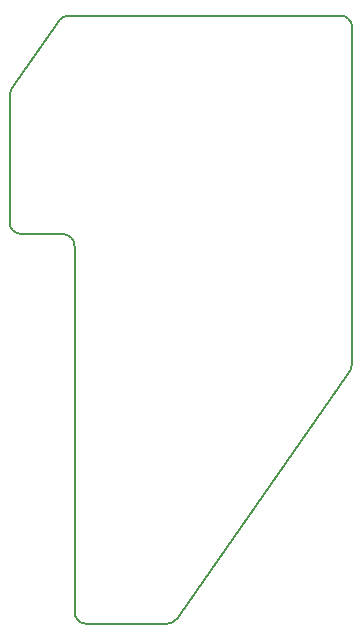
<source format=gbr>
%TF.GenerationSoftware,KiCad,Pcbnew,6.99.0-1.20221101gitf80c150.fc36*%
%TF.CreationDate,2022-11-27T20:33:11+00:00*%
%TF.ProjectId,bugg-led-r4,62756767-2d6c-4656-942d-72342e6b6963,rev?*%
%TF.SameCoordinates,Original*%
%TF.FileFunction,Profile,NP*%
%FSLAX46Y46*%
G04 Gerber Fmt 4.6, Leading zero omitted, Abs format (unit mm)*
G04 Created by KiCad (PCBNEW 6.99.0-1.20221101gitf80c150.fc36) date 2022-11-27 20:33:11*
%MOMM*%
%LPD*%
G01*
G04 APERTURE LIST*
%TA.AperFunction,Profile*%
%ADD10C,0.160000*%
%TD*%
G04 APERTURE END LIST*
D10*
X18819000Y-16633000D02*
G75*
G03*
X19000118Y-16059434I-819000J574000D01*
G01*
X3337000Y-37999999D02*
G75*
G03*
X4156151Y-37573576I0J999999D01*
G01*
X-4500000Y-37000000D02*
X-4500000Y-6000000D01*
X18999999Y12500000D02*
G75*
G03*
X17999315Y13499999I-998999J1000D01*
G01*
X-5000000Y13500000D02*
X18000000Y13500000D01*
X-9819000Y7362000D02*
G75*
G03*
X-9999938Y6787861I820004J-574002D01*
G01*
X-9819000Y7362000D02*
X-5820000Y13073000D01*
X19000000Y12500000D02*
X19000000Y-16059000D01*
X3337000Y-38000000D02*
X-3500000Y-38000000D01*
X-4500000Y-37000000D02*
G75*
G03*
X-3500000Y-38000000I999999J-1D01*
G01*
X-5500000Y-5000000D02*
X-9000000Y-5000000D01*
X-10000000Y-4000000D02*
G75*
G03*
X-8999747Y-5000000I1000999J999D01*
G01*
X-5000000Y13500000D02*
G75*
G03*
X-5819971Y13073150I0J-1000999D01*
G01*
X18819000Y-16633000D02*
X4156000Y-37574000D01*
X-4500000Y-6000000D02*
G75*
G03*
X-5500000Y-5000000I-999999J1D01*
G01*
X-10000000Y-4000000D02*
X-10000000Y6788000D01*
M02*

</source>
